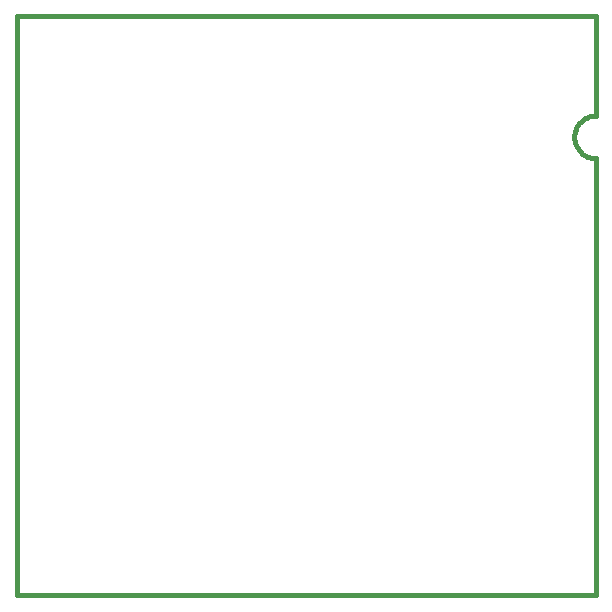
<source format=gbr>
G04 (created by PCBNEW-RS274X (2012-01-19 BZR 3256)-stable) date Mon 27 Feb 2012 04:05:37 GMT*
G01*
G70*
G90*
%MOIN*%
G04 Gerber Fmt 3.4, Leading zero omitted, Abs format*
%FSLAX34Y34*%
G04 APERTURE LIST*
%ADD10C,0.006000*%
%ADD11C,0.015000*%
G04 APERTURE END LIST*
G54D10*
G54D11*
X64961Y-56535D02*
X64961Y-56496D01*
X84252Y-56535D02*
X64961Y-56535D01*
X84252Y-41969D02*
X84252Y-56535D01*
X84252Y-37244D02*
X84252Y-40551D01*
X83544Y-41222D02*
X83543Y-41283D01*
X83548Y-41345D01*
X83558Y-41406D01*
X83573Y-41466D01*
X83594Y-41524D01*
X83619Y-41581D01*
X83650Y-41635D01*
X83685Y-41686D01*
X83724Y-41734D01*
X83767Y-41778D01*
X83814Y-41818D01*
X83865Y-41854D01*
X83918Y-41886D01*
X83974Y-41913D01*
X84032Y-41934D01*
X84092Y-41951D01*
X84152Y-41962D01*
X84214Y-41968D01*
X84252Y-40551D02*
X84191Y-40554D01*
X84129Y-40562D01*
X84069Y-40576D01*
X84010Y-40594D01*
X83953Y-40618D01*
X83898Y-40646D01*
X83846Y-40680D01*
X83797Y-40717D01*
X83751Y-40759D01*
X83709Y-40805D01*
X83672Y-40854D01*
X83638Y-40906D01*
X83610Y-40961D01*
X83586Y-41018D01*
X83568Y-41077D01*
X83554Y-41137D01*
X83546Y-41199D01*
X83543Y-41260D01*
X64961Y-37244D02*
X84252Y-37244D01*
X64961Y-37244D02*
X64961Y-56535D01*
M02*

</source>
